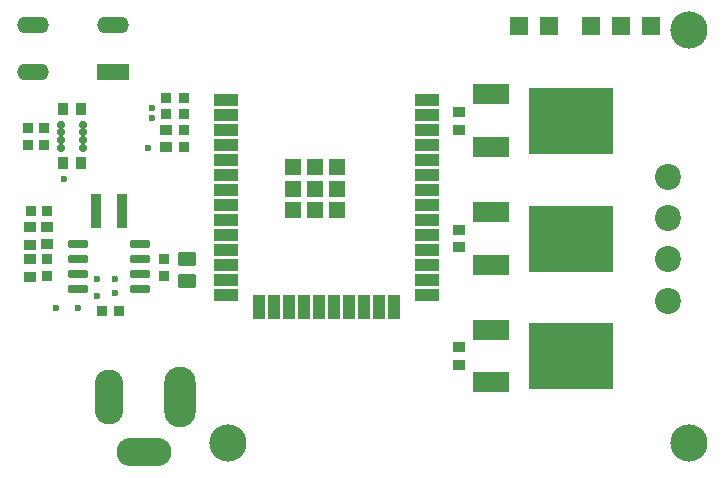
<source format=gts>
G04*
G04 #@! TF.GenerationSoftware,Altium Limited,Altium Designer,21.2.1 (34)*
G04*
G04 Layer_Color=8388736*
%FSLAX25Y25*%
%MOIN*%
G70*
G04*
G04 #@! TF.SameCoordinates,1D3D90CA-2CC7-45D0-A42F-5F1F34DB6ECE*
G04*
G04*
G04 #@! TF.FilePolarity,Negative*
G04*
G01*
G75*
%ADD33R,0.05827X0.05827*%
%ADD34R,0.08465X0.04134*%
%ADD35R,0.04134X0.08465*%
G04:AMPARAMS|DCode=36|XSize=68.11mil|YSize=29.13mil|CornerRadius=5.86mil|HoleSize=0mil|Usage=FLASHONLY|Rotation=180.000|XOffset=0mil|YOffset=0mil|HoleType=Round|Shape=RoundedRectangle|*
%AMROUNDEDRECTD36*
21,1,0.06811,0.01742,0,0,180.0*
21,1,0.05640,0.02913,0,0,180.0*
1,1,0.01171,-0.02820,0.00871*
1,1,0.01171,0.02820,0.00871*
1,1,0.01171,0.02820,-0.00871*
1,1,0.01171,-0.02820,-0.00871*
%
%ADD36ROUNDEDRECTD36*%
%ADD37R,0.10591X0.05591*%
%ADD38O,0.10591X0.05591*%
%ADD39R,0.04134X0.03347*%
%ADD40R,0.03591X0.03591*%
G04:AMPARAMS|DCode=41|XSize=25.2mil|YSize=23.62mil|CornerRadius=5.17mil|HoleSize=0mil|Usage=FLASHONLY|Rotation=0.000|XOffset=0mil|YOffset=0mil|HoleType=Round|Shape=RoundedRectangle|*
%AMROUNDEDRECTD41*
21,1,0.02520,0.01329,0,0,0.0*
21,1,0.01486,0.02362,0,0,0.0*
1,1,0.01034,0.00743,-0.00664*
1,1,0.01034,-0.00743,-0.00664*
1,1,0.01034,-0.00743,0.00664*
1,1,0.01034,0.00743,0.00664*
%
%ADD41ROUNDEDRECTD41*%
%ADD42R,0.03347X0.04134*%
%ADD43R,0.28150X0.22054*%
%ADD44R,0.12391X0.06891*%
%ADD45R,0.03740X0.11221*%
G04:AMPARAMS|DCode=46|XSize=45.28mil|YSize=61.81mil|CornerRadius=7.87mil|HoleSize=0mil|Usage=FLASHONLY|Rotation=270.000|XOffset=0mil|YOffset=0mil|HoleType=Round|Shape=RoundedRectangle|*
%AMROUNDEDRECTD46*
21,1,0.04528,0.04606,0,0,270.0*
21,1,0.02953,0.06181,0,0,270.0*
1,1,0.01575,-0.02303,-0.01476*
1,1,0.01575,-0.02303,0.01476*
1,1,0.01575,0.02303,0.01476*
1,1,0.01575,0.02303,-0.01476*
%
%ADD46ROUNDEDRECTD46*%
%ADD47R,0.03591X0.03591*%
%ADD48C,0.12402*%
%ADD49O,0.18307X0.09449*%
%ADD50O,0.09449X0.18307*%
%ADD51O,0.10433X0.20276*%
%ADD52R,0.05984X0.05984*%
%ADD53C,0.08661*%
%ADD54C,0.02362*%
D33*
X108957Y88130D02*
D03*
X101732D02*
D03*
X94508D02*
D03*
X108957Y95354D02*
D03*
X101732D02*
D03*
X94508D02*
D03*
X108957Y102579D02*
D03*
X101732D02*
D03*
X94508D02*
D03*
D34*
X139134Y124882D02*
D03*
Y119882D02*
D03*
Y114882D02*
D03*
Y109882D02*
D03*
Y104882D02*
D03*
Y99882D02*
D03*
Y94882D02*
D03*
Y89882D02*
D03*
Y84882D02*
D03*
Y79882D02*
D03*
Y74882D02*
D03*
Y69882D02*
D03*
Y64882D02*
D03*
Y59882D02*
D03*
X72205D02*
D03*
Y64882D02*
D03*
Y69882D02*
D03*
Y74882D02*
D03*
Y79882D02*
D03*
Y84882D02*
D03*
Y89882D02*
D03*
Y94882D02*
D03*
Y99882D02*
D03*
Y104882D02*
D03*
Y109882D02*
D03*
Y114882D02*
D03*
Y119882D02*
D03*
Y124882D02*
D03*
D35*
X128169Y55945D02*
D03*
X123169D02*
D03*
X118169D02*
D03*
X113169D02*
D03*
X108169D02*
D03*
X103169D02*
D03*
X98169D02*
D03*
X93169D02*
D03*
X88169D02*
D03*
X83169D02*
D03*
D36*
X43327Y61831D02*
D03*
Y66831D02*
D03*
Y71831D02*
D03*
Y76831D02*
D03*
X22658D02*
D03*
Y71831D02*
D03*
Y66831D02*
D03*
Y61831D02*
D03*
D37*
X34291Y134264D02*
D03*
D38*
X7791D02*
D03*
X34291Y149764D02*
D03*
X7791D02*
D03*
D39*
X52148Y109108D02*
D03*
Y115013D02*
D03*
X149606Y36547D02*
D03*
Y42453D02*
D03*
Y75787D02*
D03*
Y81693D02*
D03*
Y115024D02*
D03*
Y120929D02*
D03*
X6850Y65984D02*
D03*
Y71890D02*
D03*
X6851Y76733D02*
D03*
Y82638D02*
D03*
X12559Y82677D02*
D03*
Y76772D02*
D03*
D40*
X57975Y109317D02*
D03*
Y114817D02*
D03*
X57953Y125669D02*
D03*
Y120169D02*
D03*
X52125Y125669D02*
D03*
Y120169D02*
D03*
X11535Y110091D02*
D03*
Y115591D02*
D03*
X5945Y110051D02*
D03*
Y115551D02*
D03*
X51339Y66378D02*
D03*
Y71878D02*
D03*
X12559Y71772D02*
D03*
Y66272D02*
D03*
D41*
X24567Y111634D02*
D03*
Y114193D02*
D03*
Y116753D02*
D03*
Y109075D02*
D03*
X16929Y111634D02*
D03*
Y114193D02*
D03*
Y116753D02*
D03*
Y109075D02*
D03*
D42*
X17795Y104016D02*
D03*
X23701D02*
D03*
X17795Y121850D02*
D03*
X23701D02*
D03*
D43*
X187008Y39500D02*
D03*
Y117976D02*
D03*
Y78740D02*
D03*
D44*
X160313Y30800D02*
D03*
Y48400D02*
D03*
Y109276D02*
D03*
Y126876D02*
D03*
Y70040D02*
D03*
Y87640D02*
D03*
D45*
X37362Y87795D02*
D03*
X28701D02*
D03*
D46*
X59173Y71909D02*
D03*
Y64547D02*
D03*
D47*
X30906Y54488D02*
D03*
X36406D02*
D03*
X12480Y87835D02*
D03*
X6980D02*
D03*
D48*
X226378Y148228D02*
D03*
Y10433D02*
D03*
X72756D02*
D03*
D49*
X44819Y7450D02*
D03*
D50*
X33008Y25954D02*
D03*
D51*
X56630D02*
D03*
D52*
X179646Y149606D02*
D03*
X169646D02*
D03*
X213661D02*
D03*
X203661D02*
D03*
X193661D02*
D03*
D53*
X219409Y99410D02*
D03*
Y85630D02*
D03*
Y71850D02*
D03*
Y58071D02*
D03*
D54*
X46181Y108937D02*
D03*
X47480Y122126D02*
D03*
Y119095D02*
D03*
X35079Y60472D02*
D03*
Y65197D02*
D03*
X29173D02*
D03*
Y59685D02*
D03*
X22874Y55748D02*
D03*
X15394D02*
D03*
X17913Y98622D02*
D03*
M02*

</source>
